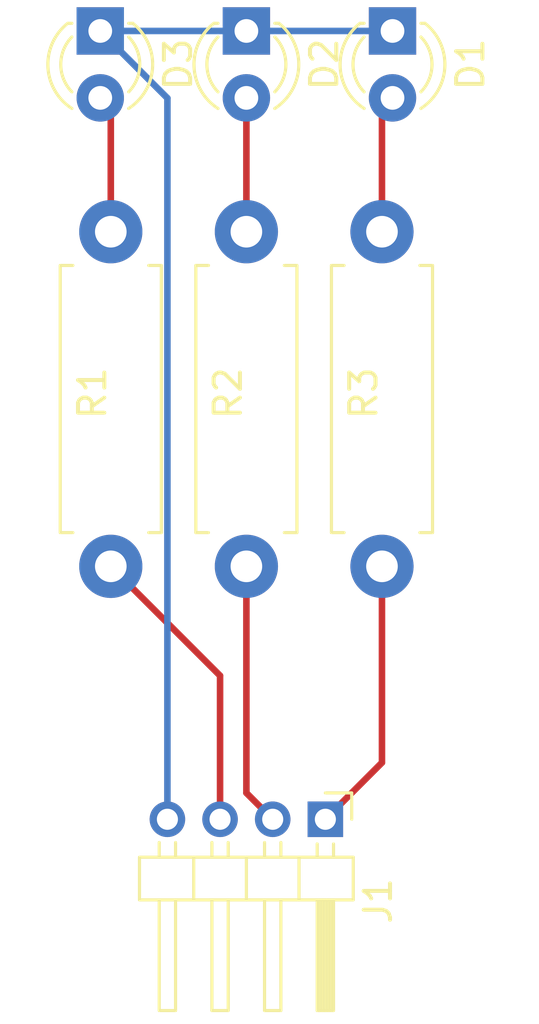
<source format=kicad_pcb>
(kicad_pcb (version 20221018) (generator pcbnew)
  (layers (0 "F.Cu" signal) (31 "B.Cu" signal) (34 "B.Paste" user) (35 "F.Paste" user) (36 "B.SilkS" user "B.Silkscreen") (37 "F.SilkS" user "F.Silkscreen") (38 "B.Mask" user) (39 "F.Mask" user) (44 "Edge.Cuts" user))
  (net 0 "")
  (net 1 "Net-(D1-K)")
  (net 2 "Net-(D1-A)")
  (net 3 "Net-(D2-A)")
  (net 4 "Net-(D3-A)")
  (net 5 "Net-(J1-Pin_1)")
  (net 6 "Net-(J1-Pin_2)")
  (net 7 "Net-(J1-Pin_3)")
  (footprint "LED_THT:LED_D3.0mm" (layer "F.Cu") (at 124.46 66.04 -90)
    (fp_text reference "D2" (at 1.27 -2.96 90) (layer "F.SilkS"))
    (fp_text value "LED")
    (fp_line (start -0.29 -1.236) (end -0.29 -1.08) (stroke (width 0.12)) (layer "F.SilkS"))
    (fp_line (start -0.29 1.08) (end -0.29 1.236) (stroke (width 0.12)) (layer "F.SilkS"))
    (fp_arc (start -0.29 -1.235516) (mid 1.366487 -1.987659) (end 2.942335 -1.078608) (stroke (width 0.12)) (layer "F.SilkS"))
    (fp_arc (start 0.229039 -1.08) (mid 1.270117 -1.5) (end 2.31113 -1.079837) (stroke (width 0.12)) (layer "F.SilkS"))
    (fp_arc (start 2.31113 1.079837) (mid 1.270117 1.5) (end 0.229039 1.08) (stroke (width 0.12)) (layer "F.SilkS"))
    (fp_arc (start 2.942335 1.078608) (mid 1.366487 1.987659) (end -0.29 1.235516) (stroke (width 0.12)) (layer "F.SilkS"))
    (pad "1" thru_hole rect (at 0 0 270) (size 1.8 1.8) (drill 0.9) (layers "*.Cu" "*.Mask") (net 1 "Net-(D1-K)"))
    (pad "2" thru_hole circle (at 2.54 0 270) (size 1.8 1.8) (drill 0.9) (layers "*.Cu" "*.Mask") (net 3 "Net-(D2-A)"))
  )
  (footprint "Resistor_THT:R_Axial_DIN0411_L9.9mm_D3.6mm_P12.70mm_Horizontal" (layer "F.Cu") (at 129.61 86.36 90)
    (fp_text reference "R3" (at 6.57 -0.7 90) (layer "F.SilkS"))
    (fp_text value "R")
    (fp_line (start 1.28 -1.92) (end 11.42 -1.92) (stroke (width 0.12)) (layer "F.SilkS"))
    (fp_line (start 1.28 -1.44) (end 1.28 -1.92) (stroke (width 0.12)) (layer "F.SilkS"))
    (fp_line (start 1.28 1.44) (end 1.28 1.92) (stroke (width 0.12)) (layer "F.SilkS"))
    (fp_line (start 1.28 1.92) (end 11.42 1.92) (stroke (width 0.12)) (layer "F.SilkS"))
    (fp_line (start 11.42 -1.92) (end 11.42 -1.44) (stroke (width 0.12)) (layer "F.SilkS"))
    (fp_line (start 11.42 1.92) (end 11.42 1.44) (stroke (width 0.12)) (layer "F.SilkS"))
    (pad "1" thru_hole circle (at 0 0 90) (size 2.4 2.4) (drill 1.2) (layers "*.Cu" "*.Mask") (net 5 "Net-(J1-Pin_1)"))
    (pad "2" thru_hole oval (at 12.7 0 90) (size 2.4 2.4) (drill 1.2) (layers "*.Cu" "*.Mask") (net 2 "Net-(D1-A)"))
  )
  (footprint "LED_THT:LED_D3.0mm" (layer "F.Cu") (at 118.91 66.04 -90)
    (fp_text reference "D3" (at 1.27 -2.96 90) (layer "F.SilkS"))
    (fp_text value "LED")
    (fp_line (start -0.29 -1.236) (end -0.29 -1.08) (stroke (width 0.12)) (layer "F.SilkS"))
    (fp_line (start -0.29 1.08) (end -0.29 1.236) (stroke (width 0.12)) (layer "F.SilkS"))
    (fp_arc (start -0.29 -1.235516) (mid 1.366487 -1.987659) (end 2.942335 -1.078608) (stroke (width 0.12)) (layer "F.SilkS"))
    (fp_arc (start 0.229039 -1.08) (mid 1.270117 -1.5) (end 2.31113 -1.079837) (stroke (width 0.12)) (layer "F.SilkS"))
    (fp_arc (start 2.31113 1.079837) (mid 1.270117 1.5) (end 0.229039 1.08) (stroke (width 0.12)) (layer "F.SilkS"))
    (fp_arc (start 2.942335 1.078608) (mid 1.366487 1.987659) (end -0.29 1.235516) (stroke (width 0.12)) (layer "F.SilkS"))
    (pad "1" thru_hole rect (at 0 0 270) (size 1.8 1.8) (drill 0.9) (layers "*.Cu" "*.Mask") (net 1 "Net-(D1-K)"))
    (pad "2" thru_hole circle (at 2.54 0 270) (size 1.8 1.8) (drill 0.9) (layers "*.Cu" "*.Mask") (net 4 "Net-(D3-A)"))
  )
  (footprint "Resistor_THT:R_Axial_DIN0411_L9.9mm_D3.6mm_P12.70mm_Horizontal" (layer "F.Cu") (at 124.46 86.36 90)
    (fp_text reference "R2" (at 6.57 -0.7 90) (layer "F.SilkS"))
    (fp_text value "R")
    (fp_line (start 1.28 -1.92) (end 11.42 -1.92) (stroke (width 0.12)) (layer "F.SilkS"))
    (fp_line (start 1.28 -1.44) (end 1.28 -1.92) (stroke (width 0.12)) (layer "F.SilkS"))
    (fp_line (start 1.28 1.44) (end 1.28 1.92) (stroke (width 0.12)) (layer "F.SilkS"))
    (fp_line (start 1.28 1.92) (end 11.42 1.92) (stroke (width 0.12)) (layer "F.SilkS"))
    (fp_line (start 11.42 -1.92) (end 11.42 -1.44) (stroke (width 0.12)) (layer "F.SilkS"))
    (fp_line (start 11.42 1.92) (end 11.42 1.44) (stroke (width 0.12)) (layer "F.SilkS"))
    (pad "1" thru_hole circle (at 0 0 90) (size 2.4 2.4) (drill 1.2) (layers "*.Cu" "*.Mask") (net 6 "Net-(J1-Pin_2)"))
    (pad "2" thru_hole oval (at 12.7 0 90) (size 2.4 2.4) (drill 1.2) (layers "*.Cu" "*.Mask") (net 3 "Net-(D2-A)"))
  )
  (footprint "LED_THT:LED_D3.0mm" (layer "F.Cu") (at 130.01 66.04 -90)
    (fp_text reference "D1" (at 1.27 -2.96 90) (layer "F.SilkS"))
    (fp_text value "LED")
    (fp_line (start -0.29 -1.236) (end -0.29 -1.08) (stroke (width 0.12)) (layer "F.SilkS"))
    (fp_line (start -0.29 1.08) (end -0.29 1.236) (stroke (width 0.12)) (layer "F.SilkS"))
    (fp_arc (start -0.29 -1.235516) (mid 1.366487 -1.987659) (end 2.942335 -1.078608) (stroke (width 0.12)) (layer "F.SilkS"))
    (fp_arc (start 0.229039 -1.08) (mid 1.270117 -1.5) (end 2.31113 -1.079837) (stroke (width 0.12)) (layer "F.SilkS"))
    (fp_arc (start 2.31113 1.079837) (mid 1.270117 1.5) (end 0.229039 1.08) (stroke (width 0.12)) (layer "F.SilkS"))
    (fp_arc (start 2.942335 1.078608) (mid 1.366487 1.987659) (end -0.29 1.235516) (stroke (width 0.12)) (layer "F.SilkS"))
    (pad "1" thru_hole rect (at 0 0 270) (size 1.8 1.8) (drill 0.9) (layers "*.Cu" "*.Mask") (net 1 "Net-(D1-K)"))
    (pad "2" thru_hole circle (at 2.54 0 270) (size 1.8 1.8) (drill 0.9) (layers "*.Cu" "*.Mask") (net 2 "Net-(D1-A)"))
  )
  (footprint "Connector_PinHeader_2.00mm:PinHeader_1x04_P2.00mm_Horizontal" (layer "F.Cu") (at 127.46 95.96 -90)
    (fp_text reference "J1" (at 3.1 -2 90) (layer "F.SilkS"))
    (fp_text value "Conn_01x04")
    (fp_line (start -1 -1) (end 0 -1) (stroke (width 0.12)) (layer "F.SilkS"))
    (fp_line (start -1 0) (end -1 -1) (stroke (width 0.12)) (layer "F.SilkS"))
    (fp_line (start 0.882114 1.69) (end 1.44 1.69) (stroke (width 0.12)) (layer "F.SilkS"))
    (fp_line (start 0.882114 2.31) (end 1.44 2.31) (stroke (width 0.12)) (layer "F.SilkS"))
    (fp_line (start 0.882114 3.69) (end 1.44 3.69) (stroke (width 0.12)) (layer "F.SilkS"))
    (fp_line (start 0.882114 4.31) (end 1.44 4.31) (stroke (width 0.12)) (layer "F.SilkS"))
    (fp_line (start 0.882114 5.69) (end 1.44 5.69) (stroke (width 0.12)) (layer "F.SilkS"))
    (fp_line (start 0.882114 6.31) (end 1.44 6.31) (stroke (width 0.12)) (layer "F.SilkS"))
    (fp_line (start 0.935 -0.31) (end 1.44 -0.31) (stroke (width 0.12)) (layer "F.SilkS"))
    (fp_line (start 0.935 0.31) (end 1.44 0.31) (stroke (width 0.12)) (layer "F.SilkS"))
    (fp_line (start 1.44 -1.06) (end 1.44 7.06) (stroke (width 0.12)) (layer "F.SilkS"))
    (fp_line (start 1.44 1) (end 3.06 1) (stroke (width 0.12)) (layer "F.SilkS"))
    (fp_line (start 1.44 3) (end 3.06 3) (stroke (width 0.12)) (layer "F.SilkS"))
    (fp_line (start 1.44 5) (end 3.06 5) (stroke (width 0.12)) (layer "F.SilkS"))
    (fp_line (start 1.44 7.06) (end 3.06 7.06) (stroke (width 0.12)) (layer "F.SilkS"))
    (fp_line (start 3.06 -1.06) (end 1.44 -1.06) (stroke (width 0.12)) (layer "F.SilkS"))
    (fp_line (start 3.06 -0.31) (end 7.26 -0.31) (stroke (width 0.12)) (layer "F.SilkS"))
    (fp_line (start 3.06 -0.25) (end 7.26 -0.25) (stroke (width 0.12)) (layer "F.SilkS"))
    (fp_line (start 3.06 -0.13) (end 7.26 -0.13) (stroke (width 0.12)) (layer "F.SilkS"))
    (fp_line (start 3.06 -0.01) (end 7.26 -0.01) (stroke (width 0.12)) (layer "F.SilkS"))
    (fp_line (start 3.06 0.11) (end 7.26 0.11) (stroke (width 0.12)) (layer "F.SilkS"))
    (fp_line (start 3.06 0.23) (end 7.26 0.23) (stroke (width 0.12)) (layer "F.SilkS"))
    (fp_line (start 3.06 1.69) (end 7.26 1.69) (stroke (width 0.12)) (layer "F.SilkS"))
    (fp_line (start 3.06 3.69) (end 7.26 3.69) (stroke (width 0.12)) (layer "F.SilkS"))
    (fp_line (start 3.06 5.69) (end 7.26 5.69) (stroke (width 0.12)) (layer "F.SilkS"))
    (fp_line (start 3.06 7.06) (end 3.06 -1.06) (stroke (width 0.12)) (layer "F.SilkS"))
    (fp_line (start 7.26 -0.31) (end 7.26 0.31) (stroke (width 0.12)) (layer "F.SilkS"))
    (fp_line (start 7.26 0.31) (end 3.06 0.31) (stroke (width 0.12)) (layer "F.SilkS"))
    (fp_line (start 7.26 1.69) (end 7.26 2.31) (stroke (width 0.12)) (layer "F.SilkS"))
    (fp_line (start 7.26 2.31) (end 3.06 2.31) (stroke (width 0.12)) (layer "F.SilkS"))
    (fp_line (start 7.26 3.69) (end 7.26 4.31) (stroke (width 0.12)) (layer "F.SilkS"))
    (fp_line (start 7.26 4.31) (end 3.06 4.31) (stroke (width 0.12)) (layer "F.SilkS"))
    (fp_line (start 7.26 5.69) (end 7.26 6.31) (stroke (width 0.12)) (layer "F.SilkS"))
    (fp_line (start 7.26 6.31) (end 3.06 6.31) (stroke (width 0.12)) (layer "F.SilkS"))
    (pad "1" thru_hole rect (at 0 0 270) (size 1.35 1.35) (drill 0.8) (layers "*.Cu" "*.Mask") (net 5 "Net-(J1-Pin_1)"))
    (pad "2" thru_hole oval (at 0 2 270) (size 1.35 1.35) (drill 0.8) (layers "*.Cu" "*.Mask") (net 6 "Net-(J1-Pin_2)"))
    (pad "3" thru_hole oval (at 0 4 270) (size 1.35 1.35) (drill 0.8) (layers "*.Cu" "*.Mask") (net 7 "Net-(J1-Pin_3)"))
    (pad "4" thru_hole oval (at 0 6 270) (size 1.35 1.35) (drill 0.8) (layers "*.Cu" "*.Mask") (net 1 "Net-(D1-K)"))
  )
  (footprint "Resistor_THT:R_Axial_DIN0411_L9.9mm_D3.6mm_P12.70mm_Horizontal" (layer "F.Cu") (at 119.31 86.36 90)
    (fp_text reference "R1" (at 6.57 -0.7 90) (layer "F.SilkS"))
    (fp_text value "R")
    (fp_line (start 1.28 -1.92) (end 11.42 -1.92) (stroke (width 0.12)) (layer "F.SilkS"))
    (fp_line (start 1.28 -1.44) (end 1.28 -1.92) (stroke (width 0.12)) (layer "F.SilkS"))
    (fp_line (start 1.28 1.44) (end 1.28 1.92) (stroke (width 0.12)) (layer "F.SilkS"))
    (fp_line (start 1.28 1.92) (end 11.42 1.92) (stroke (width 0.12)) (layer "F.SilkS"))
    (fp_line (start 11.42 -1.92) (end 11.42 -1.44) (stroke (width 0.12)) (layer "F.SilkS"))
    (fp_line (start 11.42 1.92) (end 11.42 1.44) (stroke (width 0.12)) (layer "F.SilkS"))
    (pad "1" thru_hole circle (at 0 0 90) (size 2.4 2.4) (drill 1.2) (layers "*.Cu" "*.Mask") (net 7 "Net-(J1-Pin_3)"))
    (pad "2" thru_hole oval (at 12.7 0 90) (size 2.4 2.4) (drill 1.2) (layers "*.Cu" "*.Mask") (net 4 "Net-(D3-A)"))
  )
  (segment (start 118.91 66.04) (end 121.46 68.59) (width 0.25) (layer "B.Cu") (net 1))
  (segment (start 121.46 68.59) (end 121.46 95.96) (width 0.25) (layer "B.Cu") (net 1))
  (segment (start 118.91 66.04) (end 124.46 66.04) (width 0.25) (layer "B.Cu") (net 1))
  (segment (start 124.46 66.04) (end 130.01 66.04) (width 0.25) (layer "B.Cu") (net 1))
  (segment (start 129.61 73.66) (end 129.61 68.98) (width 0.25) (layer "F.Cu") (net 2))
  (segment (start 129.61 68.98) (end 130.01 68.58) (width 0.25) (layer "F.Cu") (net 2))
  (segment (start 124.46 73.66) (end 124.46 68.58) (width 0.25) (layer "F.Cu") (net 3))
  (segment (start 119.31 73.66) (end 119.31 68.98) (width 0.25) (layer "F.Cu") (net 4))
  (segment (start 119.31 68.98) (end 118.91 68.58) (width 0.25) (layer "F.Cu") (net 4))
  (segment (start 129.61 93.81) (end 127.46 95.96) (width 0.25) (layer "F.Cu") (net 5))
  (segment (start 129.61 86.36) (end 129.61 93.81) (width 0.25) (layer "F.Cu") (net 5))
  (segment (start 125.46 95.96) (end 124.46 94.96) (width 0.25) (layer "F.Cu") (net 6))
  (segment (start 124.46 94.96) (end 124.46 86.36) (width 0.25) (layer "F.Cu") (net 6))
  (segment (start 123.46 90.51) (end 119.31 86.36) (width 0.25) (layer "F.Cu") (net 7))
  (segment (start 123.46 95.96) (end 123.46 90.51) (width 0.25) (layer "F.Cu") (net 7))
)
</source>
